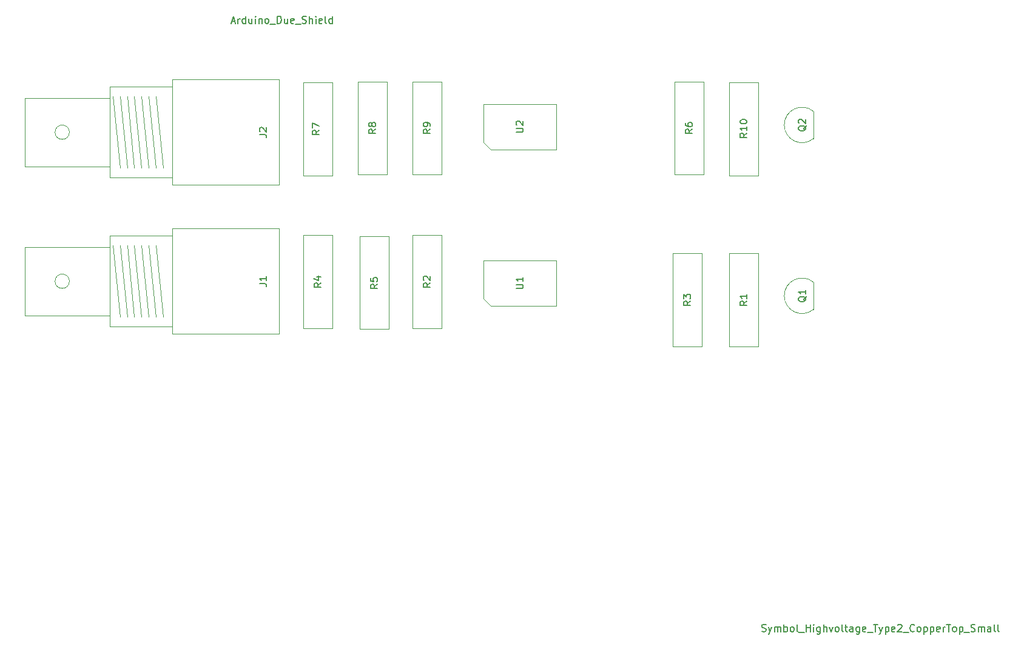
<source format=gbr>
G04 #@! TF.GenerationSoftware,KiCad,Pcbnew,5.1.4-e60b266~84~ubuntu18.04.1*
G04 #@! TF.CreationDate,2019-10-23T15:59:47+01:00*
G04 #@! TF.ProjectId,trans_switch_volt_amp,7472616e-735f-4737-9769-7463685f766f,rev?*
G04 #@! TF.SameCoordinates,Original*
G04 #@! TF.FileFunction,Other,Fab,Top*
%FSLAX46Y46*%
G04 Gerber Fmt 4.6, Leading zero omitted, Abs format (unit mm)*
G04 Created by KiCad (PCBNEW 5.1.4-e60b266~84~ubuntu18.04.1) date 2019-10-23 15:59:47*
%MOMM*%
%LPD*%
G04 APERTURE LIST*
%ADD10C,0.100000*%
%ADD11C,0.150000*%
G04 APERTURE END LIST*
D10*
X110204000Y-86692000D02*
X110204000Y-73692000D01*
X106204000Y-86692000D02*
X110204000Y-86692000D01*
X106204000Y-73692000D02*
X106204000Y-86692000D01*
X110204000Y-73692000D02*
X106204000Y-73692000D01*
X72964000Y-106600000D02*
X71964000Y-96600000D01*
X73964000Y-106600000D02*
X72964000Y-96600000D01*
X74964000Y-106600000D02*
X73964000Y-96600000D01*
X75964000Y-106600000D02*
X74964000Y-96600000D01*
X76964000Y-106600000D02*
X75964000Y-96600000D01*
X77964000Y-106600000D02*
X76964000Y-96600000D01*
X65894000Y-101600000D02*
G75*
G03X65894000Y-101600000I-1000000J0D01*
G01*
X71564000Y-96800000D02*
X59664000Y-96800000D01*
X59664000Y-96800000D02*
X59664000Y-106400000D01*
X59664000Y-106400000D02*
X71564000Y-106400000D01*
X80264000Y-95250000D02*
X71564000Y-95250000D01*
X71564000Y-95250000D02*
X71564000Y-107950000D01*
X71564000Y-107950000D02*
X80264000Y-107950000D01*
X95164000Y-108950000D02*
X95164000Y-94250000D01*
X95164000Y-94250000D02*
X80264000Y-94250000D01*
X80264000Y-94250000D02*
X80264000Y-108950000D01*
X80264000Y-108950000D02*
X95164000Y-108950000D01*
X78964000Y-106600000D02*
X77964000Y-96600000D01*
X78964000Y-85772000D02*
X77964000Y-75772000D01*
X80264000Y-88122000D02*
X95164000Y-88122000D01*
X80264000Y-73422000D02*
X80264000Y-88122000D01*
X95164000Y-73422000D02*
X80264000Y-73422000D01*
X95164000Y-88122000D02*
X95164000Y-73422000D01*
X71564000Y-87122000D02*
X80264000Y-87122000D01*
X71564000Y-74422000D02*
X71564000Y-87122000D01*
X80264000Y-74422000D02*
X71564000Y-74422000D01*
X59664000Y-85572000D02*
X71564000Y-85572000D01*
X59664000Y-75972000D02*
X59664000Y-85572000D01*
X71564000Y-75972000D02*
X59664000Y-75972000D01*
X65894000Y-80772000D02*
G75*
G03X65894000Y-80772000I-1000000J0D01*
G01*
X77964000Y-85772000D02*
X76964000Y-75772000D01*
X76964000Y-85772000D02*
X75964000Y-75772000D01*
X75964000Y-85772000D02*
X74964000Y-75772000D01*
X74964000Y-85772000D02*
X73964000Y-75772000D01*
X73964000Y-85772000D02*
X72964000Y-75772000D01*
X72964000Y-85772000D02*
X71964000Y-75772000D01*
X169750385Y-105524818D02*
G75*
G02X165668000Y-103632000I-1602385J1892818D01*
G01*
X169740547Y-101730897D02*
G75*
G03X165668000Y-103632000I-1592547J-1901103D01*
G01*
X169748000Y-105522000D02*
X169748000Y-101772000D01*
X169748000Y-81646000D02*
X169748000Y-77896000D01*
X169740547Y-77854897D02*
G75*
G03X165668000Y-79756000I-1592547J-1901103D01*
G01*
X169750385Y-81648818D02*
G75*
G02X165668000Y-79756000I-1602385J1892818D01*
G01*
X158020000Y-97712000D02*
X158020000Y-110712000D01*
X162020000Y-97712000D02*
X158020000Y-97712000D01*
X162020000Y-110712000D02*
X162020000Y-97712000D01*
X158020000Y-110712000D02*
X162020000Y-110712000D01*
X113824000Y-108172000D02*
X117824000Y-108172000D01*
X117824000Y-108172000D02*
X117824000Y-95172000D01*
X117824000Y-95172000D02*
X113824000Y-95172000D01*
X113824000Y-95172000D02*
X113824000Y-108172000D01*
X150146000Y-97712000D02*
X150146000Y-110712000D01*
X154146000Y-97712000D02*
X150146000Y-97712000D01*
X154146000Y-110712000D02*
X154146000Y-97712000D01*
X150146000Y-110712000D02*
X154146000Y-110712000D01*
X98584000Y-108172000D02*
X102584000Y-108172000D01*
X102584000Y-108172000D02*
X102584000Y-95172000D01*
X102584000Y-95172000D02*
X98584000Y-95172000D01*
X98584000Y-95172000D02*
X98584000Y-108172000D01*
X110458000Y-95282000D02*
X106458000Y-95282000D01*
X106458000Y-95282000D02*
X106458000Y-108282000D01*
X106458000Y-108282000D02*
X110458000Y-108282000D01*
X110458000Y-108282000D02*
X110458000Y-95282000D01*
X154400000Y-73692000D02*
X150400000Y-73692000D01*
X150400000Y-73692000D02*
X150400000Y-86692000D01*
X150400000Y-86692000D02*
X154400000Y-86692000D01*
X154400000Y-86692000D02*
X154400000Y-73692000D01*
X98584000Y-73836000D02*
X98584000Y-86836000D01*
X102584000Y-73836000D02*
X98584000Y-73836000D01*
X102584000Y-86836000D02*
X102584000Y-73836000D01*
X98584000Y-86836000D02*
X102584000Y-86836000D01*
X117824000Y-86692000D02*
X117824000Y-73692000D01*
X113824000Y-86692000D02*
X117824000Y-86692000D01*
X113824000Y-73692000D02*
X113824000Y-86692000D01*
X117824000Y-73692000D02*
X113824000Y-73692000D01*
X158020000Y-86836000D02*
X162020000Y-86836000D01*
X162020000Y-86836000D02*
X162020000Y-73836000D01*
X162020000Y-73836000D02*
X158020000Y-73836000D01*
X158020000Y-73836000D02*
X158020000Y-86836000D01*
X123698000Y-104029000D02*
X123698000Y-98679000D01*
X123698000Y-98679000D02*
X133858000Y-98679000D01*
X133858000Y-98679000D02*
X133858000Y-105029000D01*
X133858000Y-105029000D02*
X124698000Y-105029000D01*
X124698000Y-105029000D02*
X123698000Y-104029000D01*
X124698000Y-83185000D02*
X123698000Y-82185000D01*
X133858000Y-83185000D02*
X124698000Y-83185000D01*
X133858000Y-76835000D02*
X133858000Y-83185000D01*
X123698000Y-76835000D02*
X133858000Y-76835000D01*
X123698000Y-82185000D02*
X123698000Y-76835000D01*
D11*
X162546190Y-150518761D02*
X162689047Y-150566380D01*
X162927142Y-150566380D01*
X163022380Y-150518761D01*
X163069999Y-150471142D01*
X163117619Y-150375904D01*
X163117619Y-150280666D01*
X163069999Y-150185428D01*
X163022380Y-150137809D01*
X162927142Y-150090190D01*
X162736666Y-150042571D01*
X162641428Y-149994952D01*
X162593809Y-149947333D01*
X162546190Y-149852095D01*
X162546190Y-149756857D01*
X162593809Y-149661619D01*
X162641428Y-149614000D01*
X162736666Y-149566380D01*
X162974761Y-149566380D01*
X163117619Y-149614000D01*
X163450952Y-149899714D02*
X163689047Y-150566380D01*
X163927142Y-149899714D02*
X163689047Y-150566380D01*
X163593809Y-150804476D01*
X163546190Y-150852095D01*
X163450952Y-150899714D01*
X164308095Y-150566380D02*
X164308095Y-149899714D01*
X164308095Y-149994952D02*
X164355714Y-149947333D01*
X164450952Y-149899714D01*
X164593809Y-149899714D01*
X164689047Y-149947333D01*
X164736666Y-150042571D01*
X164736666Y-150566380D01*
X164736666Y-150042571D02*
X164784285Y-149947333D01*
X164879523Y-149899714D01*
X165022380Y-149899714D01*
X165117619Y-149947333D01*
X165165238Y-150042571D01*
X165165238Y-150566380D01*
X165641428Y-150566380D02*
X165641428Y-149566380D01*
X165641428Y-149947333D02*
X165736666Y-149899714D01*
X165927142Y-149899714D01*
X166022380Y-149947333D01*
X166069999Y-149994952D01*
X166117619Y-150090190D01*
X166117619Y-150375904D01*
X166069999Y-150471142D01*
X166022380Y-150518761D01*
X165927142Y-150566380D01*
X165736666Y-150566380D01*
X165641428Y-150518761D01*
X166689047Y-150566380D02*
X166593809Y-150518761D01*
X166546190Y-150471142D01*
X166498571Y-150375904D01*
X166498571Y-150090190D01*
X166546190Y-149994952D01*
X166593809Y-149947333D01*
X166689047Y-149899714D01*
X166831904Y-149899714D01*
X166927142Y-149947333D01*
X166974761Y-149994952D01*
X167022380Y-150090190D01*
X167022380Y-150375904D01*
X166974761Y-150471142D01*
X166927142Y-150518761D01*
X166831904Y-150566380D01*
X166689047Y-150566380D01*
X167593809Y-150566380D02*
X167498571Y-150518761D01*
X167450952Y-150423523D01*
X167450952Y-149566380D01*
X167736666Y-150661619D02*
X168498571Y-150661619D01*
X168736666Y-150566380D02*
X168736666Y-149566380D01*
X168736666Y-150042571D02*
X169308095Y-150042571D01*
X169308095Y-150566380D02*
X169308095Y-149566380D01*
X169784285Y-150566380D02*
X169784285Y-149899714D01*
X169784285Y-149566380D02*
X169736666Y-149614000D01*
X169784285Y-149661619D01*
X169831904Y-149614000D01*
X169784285Y-149566380D01*
X169784285Y-149661619D01*
X170689047Y-149899714D02*
X170689047Y-150709238D01*
X170641428Y-150804476D01*
X170593809Y-150852095D01*
X170498571Y-150899714D01*
X170355714Y-150899714D01*
X170260476Y-150852095D01*
X170689047Y-150518761D02*
X170593809Y-150566380D01*
X170403333Y-150566380D01*
X170308095Y-150518761D01*
X170260476Y-150471142D01*
X170212857Y-150375904D01*
X170212857Y-150090190D01*
X170260476Y-149994952D01*
X170308095Y-149947333D01*
X170403333Y-149899714D01*
X170593809Y-149899714D01*
X170689047Y-149947333D01*
X171165238Y-150566380D02*
X171165238Y-149566380D01*
X171593809Y-150566380D02*
X171593809Y-150042571D01*
X171546190Y-149947333D01*
X171450952Y-149899714D01*
X171308095Y-149899714D01*
X171212857Y-149947333D01*
X171165238Y-149994952D01*
X171974761Y-149899714D02*
X172212857Y-150566380D01*
X172450952Y-149899714D01*
X172974761Y-150566380D02*
X172879523Y-150518761D01*
X172831904Y-150471142D01*
X172784285Y-150375904D01*
X172784285Y-150090190D01*
X172831904Y-149994952D01*
X172879523Y-149947333D01*
X172974761Y-149899714D01*
X173117619Y-149899714D01*
X173212857Y-149947333D01*
X173260476Y-149994952D01*
X173308095Y-150090190D01*
X173308095Y-150375904D01*
X173260476Y-150471142D01*
X173212857Y-150518761D01*
X173117619Y-150566380D01*
X172974761Y-150566380D01*
X173879523Y-150566380D02*
X173784285Y-150518761D01*
X173736666Y-150423523D01*
X173736666Y-149566380D01*
X174117619Y-149899714D02*
X174498571Y-149899714D01*
X174260476Y-149566380D02*
X174260476Y-150423523D01*
X174308095Y-150518761D01*
X174403333Y-150566380D01*
X174498571Y-150566380D01*
X175260476Y-150566380D02*
X175260476Y-150042571D01*
X175212857Y-149947333D01*
X175117619Y-149899714D01*
X174927142Y-149899714D01*
X174831904Y-149947333D01*
X175260476Y-150518761D02*
X175165238Y-150566380D01*
X174927142Y-150566380D01*
X174831904Y-150518761D01*
X174784285Y-150423523D01*
X174784285Y-150328285D01*
X174831904Y-150233047D01*
X174927142Y-150185428D01*
X175165238Y-150185428D01*
X175260476Y-150137809D01*
X176165238Y-149899714D02*
X176165238Y-150709238D01*
X176117619Y-150804476D01*
X176069999Y-150852095D01*
X175974761Y-150899714D01*
X175831904Y-150899714D01*
X175736666Y-150852095D01*
X176165238Y-150518761D02*
X176069999Y-150566380D01*
X175879523Y-150566380D01*
X175784285Y-150518761D01*
X175736666Y-150471142D01*
X175689047Y-150375904D01*
X175689047Y-150090190D01*
X175736666Y-149994952D01*
X175784285Y-149947333D01*
X175879523Y-149899714D01*
X176069999Y-149899714D01*
X176165238Y-149947333D01*
X177022380Y-150518761D02*
X176927142Y-150566380D01*
X176736666Y-150566380D01*
X176641428Y-150518761D01*
X176593809Y-150423523D01*
X176593809Y-150042571D01*
X176641428Y-149947333D01*
X176736666Y-149899714D01*
X176927142Y-149899714D01*
X177022380Y-149947333D01*
X177069999Y-150042571D01*
X177069999Y-150137809D01*
X176593809Y-150233047D01*
X177260476Y-150661619D02*
X178022380Y-150661619D01*
X178117619Y-149566380D02*
X178689047Y-149566380D01*
X178403333Y-150566380D02*
X178403333Y-149566380D01*
X178927142Y-149899714D02*
X179165238Y-150566380D01*
X179403333Y-149899714D02*
X179165238Y-150566380D01*
X179069999Y-150804476D01*
X179022380Y-150852095D01*
X178927142Y-150899714D01*
X179784285Y-149899714D02*
X179784285Y-150899714D01*
X179784285Y-149947333D02*
X179879523Y-149899714D01*
X180069999Y-149899714D01*
X180165238Y-149947333D01*
X180212857Y-149994952D01*
X180260476Y-150090190D01*
X180260476Y-150375904D01*
X180212857Y-150471142D01*
X180165238Y-150518761D01*
X180069999Y-150566380D01*
X179879523Y-150566380D01*
X179784285Y-150518761D01*
X181069999Y-150518761D02*
X180974761Y-150566380D01*
X180784285Y-150566380D01*
X180689047Y-150518761D01*
X180641428Y-150423523D01*
X180641428Y-150042571D01*
X180689047Y-149947333D01*
X180784285Y-149899714D01*
X180974761Y-149899714D01*
X181069999Y-149947333D01*
X181117619Y-150042571D01*
X181117619Y-150137809D01*
X180641428Y-150233047D01*
X181498571Y-149661619D02*
X181546190Y-149614000D01*
X181641428Y-149566380D01*
X181879523Y-149566380D01*
X181974761Y-149614000D01*
X182022380Y-149661619D01*
X182069999Y-149756857D01*
X182069999Y-149852095D01*
X182022380Y-149994952D01*
X181450952Y-150566380D01*
X182069999Y-150566380D01*
X182260476Y-150661619D02*
X183022380Y-150661619D01*
X183831904Y-150471142D02*
X183784285Y-150518761D01*
X183641428Y-150566380D01*
X183546190Y-150566380D01*
X183403333Y-150518761D01*
X183308095Y-150423523D01*
X183260476Y-150328285D01*
X183212857Y-150137809D01*
X183212857Y-149994952D01*
X183260476Y-149804476D01*
X183308095Y-149709238D01*
X183403333Y-149614000D01*
X183546190Y-149566380D01*
X183641428Y-149566380D01*
X183784285Y-149614000D01*
X183831904Y-149661619D01*
X184403333Y-150566380D02*
X184308095Y-150518761D01*
X184260476Y-150471142D01*
X184212857Y-150375904D01*
X184212857Y-150090190D01*
X184260476Y-149994952D01*
X184308095Y-149947333D01*
X184403333Y-149899714D01*
X184546190Y-149899714D01*
X184641428Y-149947333D01*
X184689047Y-149994952D01*
X184736666Y-150090190D01*
X184736666Y-150375904D01*
X184689047Y-150471142D01*
X184641428Y-150518761D01*
X184546190Y-150566380D01*
X184403333Y-150566380D01*
X185165238Y-149899714D02*
X185165238Y-150899714D01*
X185165238Y-149947333D02*
X185260476Y-149899714D01*
X185450952Y-149899714D01*
X185546190Y-149947333D01*
X185593809Y-149994952D01*
X185641428Y-150090190D01*
X185641428Y-150375904D01*
X185593809Y-150471142D01*
X185546190Y-150518761D01*
X185450952Y-150566380D01*
X185260476Y-150566380D01*
X185165238Y-150518761D01*
X186069999Y-149899714D02*
X186069999Y-150899714D01*
X186069999Y-149947333D02*
X186165238Y-149899714D01*
X186355714Y-149899714D01*
X186450952Y-149947333D01*
X186498571Y-149994952D01*
X186546190Y-150090190D01*
X186546190Y-150375904D01*
X186498571Y-150471142D01*
X186450952Y-150518761D01*
X186355714Y-150566380D01*
X186165238Y-150566380D01*
X186069999Y-150518761D01*
X187355714Y-150518761D02*
X187260476Y-150566380D01*
X187069999Y-150566380D01*
X186974761Y-150518761D01*
X186927142Y-150423523D01*
X186927142Y-150042571D01*
X186974761Y-149947333D01*
X187069999Y-149899714D01*
X187260476Y-149899714D01*
X187355714Y-149947333D01*
X187403333Y-150042571D01*
X187403333Y-150137809D01*
X186927142Y-150233047D01*
X187831904Y-150566380D02*
X187831904Y-149899714D01*
X187831904Y-150090190D02*
X187879523Y-149994952D01*
X187927142Y-149947333D01*
X188022380Y-149899714D01*
X188117619Y-149899714D01*
X188308095Y-149566380D02*
X188879523Y-149566380D01*
X188593809Y-150566380D02*
X188593809Y-149566380D01*
X189355714Y-150566380D02*
X189260476Y-150518761D01*
X189212857Y-150471142D01*
X189165238Y-150375904D01*
X189165238Y-150090190D01*
X189212857Y-149994952D01*
X189260476Y-149947333D01*
X189355714Y-149899714D01*
X189498571Y-149899714D01*
X189593809Y-149947333D01*
X189641428Y-149994952D01*
X189689047Y-150090190D01*
X189689047Y-150375904D01*
X189641428Y-150471142D01*
X189593809Y-150518761D01*
X189498571Y-150566380D01*
X189355714Y-150566380D01*
X190117619Y-149899714D02*
X190117619Y-150899714D01*
X190117619Y-149947333D02*
X190212857Y-149899714D01*
X190403333Y-149899714D01*
X190498571Y-149947333D01*
X190546190Y-149994952D01*
X190593809Y-150090190D01*
X190593809Y-150375904D01*
X190546190Y-150471142D01*
X190498571Y-150518761D01*
X190403333Y-150566380D01*
X190212857Y-150566380D01*
X190117619Y-150518761D01*
X190784285Y-150661619D02*
X191546190Y-150661619D01*
X191736666Y-150518761D02*
X191879523Y-150566380D01*
X192117619Y-150566380D01*
X192212857Y-150518761D01*
X192260476Y-150471142D01*
X192308095Y-150375904D01*
X192308095Y-150280666D01*
X192260476Y-150185428D01*
X192212857Y-150137809D01*
X192117619Y-150090190D01*
X191927142Y-150042571D01*
X191831904Y-149994952D01*
X191784285Y-149947333D01*
X191736666Y-149852095D01*
X191736666Y-149756857D01*
X191784285Y-149661619D01*
X191831904Y-149614000D01*
X191927142Y-149566380D01*
X192165238Y-149566380D01*
X192308095Y-149614000D01*
X192736666Y-150566380D02*
X192736666Y-149899714D01*
X192736666Y-149994952D02*
X192784285Y-149947333D01*
X192879523Y-149899714D01*
X193022380Y-149899714D01*
X193117619Y-149947333D01*
X193165238Y-150042571D01*
X193165238Y-150566380D01*
X193165238Y-150042571D02*
X193212857Y-149947333D01*
X193308095Y-149899714D01*
X193450952Y-149899714D01*
X193546190Y-149947333D01*
X193593809Y-150042571D01*
X193593809Y-150566380D01*
X194498571Y-150566380D02*
X194498571Y-150042571D01*
X194450952Y-149947333D01*
X194355714Y-149899714D01*
X194165238Y-149899714D01*
X194069999Y-149947333D01*
X194498571Y-150518761D02*
X194403333Y-150566380D01*
X194165238Y-150566380D01*
X194069999Y-150518761D01*
X194022380Y-150423523D01*
X194022380Y-150328285D01*
X194069999Y-150233047D01*
X194165238Y-150185428D01*
X194403333Y-150185428D01*
X194498571Y-150137809D01*
X195117619Y-150566380D02*
X195022380Y-150518761D01*
X194974761Y-150423523D01*
X194974761Y-149566380D01*
X195641428Y-150566380D02*
X195546190Y-150518761D01*
X195498571Y-150423523D01*
X195498571Y-149566380D01*
X88531381Y-65265667D02*
X89007572Y-65265667D01*
X88436143Y-65551381D02*
X88769477Y-64551381D01*
X89102810Y-65551381D01*
X89436143Y-65551381D02*
X89436143Y-64884715D01*
X89436143Y-65075191D02*
X89483762Y-64979953D01*
X89531381Y-64932334D01*
X89626620Y-64884715D01*
X89721858Y-64884715D01*
X90483762Y-65551381D02*
X90483762Y-64551381D01*
X90483762Y-65503762D02*
X90388524Y-65551381D01*
X90198048Y-65551381D01*
X90102810Y-65503762D01*
X90055191Y-65456143D01*
X90007572Y-65360905D01*
X90007572Y-65075191D01*
X90055191Y-64979953D01*
X90102810Y-64932334D01*
X90198048Y-64884715D01*
X90388524Y-64884715D01*
X90483762Y-64932334D01*
X91388524Y-64884715D02*
X91388524Y-65551381D01*
X90959953Y-64884715D02*
X90959953Y-65408524D01*
X91007572Y-65503762D01*
X91102810Y-65551381D01*
X91245667Y-65551381D01*
X91340905Y-65503762D01*
X91388524Y-65456143D01*
X91864715Y-65551381D02*
X91864715Y-64884715D01*
X91864715Y-64551381D02*
X91817096Y-64599001D01*
X91864715Y-64646620D01*
X91912334Y-64599001D01*
X91864715Y-64551381D01*
X91864715Y-64646620D01*
X92340905Y-64884715D02*
X92340905Y-65551381D01*
X92340905Y-64979953D02*
X92388524Y-64932334D01*
X92483762Y-64884715D01*
X92626620Y-64884715D01*
X92721858Y-64932334D01*
X92769477Y-65027572D01*
X92769477Y-65551381D01*
X93388524Y-65551381D02*
X93293286Y-65503762D01*
X93245667Y-65456143D01*
X93198048Y-65360905D01*
X93198048Y-65075191D01*
X93245667Y-64979953D01*
X93293286Y-64932334D01*
X93388524Y-64884715D01*
X93531381Y-64884715D01*
X93626620Y-64932334D01*
X93674239Y-64979953D01*
X93721858Y-65075191D01*
X93721858Y-65360905D01*
X93674239Y-65456143D01*
X93626620Y-65503762D01*
X93531381Y-65551381D01*
X93388524Y-65551381D01*
X93912334Y-65646620D02*
X94674239Y-65646620D01*
X94912334Y-65551381D02*
X94912334Y-64551381D01*
X95150429Y-64551381D01*
X95293286Y-64599001D01*
X95388524Y-64694239D01*
X95436143Y-64789477D01*
X95483762Y-64979953D01*
X95483762Y-65122810D01*
X95436143Y-65313286D01*
X95388524Y-65408524D01*
X95293286Y-65503762D01*
X95150429Y-65551381D01*
X94912334Y-65551381D01*
X96340905Y-64884715D02*
X96340905Y-65551381D01*
X95912334Y-64884715D02*
X95912334Y-65408524D01*
X95959953Y-65503762D01*
X96055191Y-65551381D01*
X96198048Y-65551381D01*
X96293286Y-65503762D01*
X96340905Y-65456143D01*
X97198048Y-65503762D02*
X97102810Y-65551381D01*
X96912334Y-65551381D01*
X96817096Y-65503762D01*
X96769477Y-65408524D01*
X96769477Y-65027572D01*
X96817096Y-64932334D01*
X96912334Y-64884715D01*
X97102810Y-64884715D01*
X97198048Y-64932334D01*
X97245667Y-65027572D01*
X97245667Y-65122810D01*
X96769477Y-65218048D01*
X97436143Y-65646620D02*
X98198048Y-65646620D01*
X98388524Y-65503762D02*
X98531381Y-65551381D01*
X98769477Y-65551381D01*
X98864715Y-65503762D01*
X98912334Y-65456143D01*
X98959953Y-65360905D01*
X98959953Y-65265667D01*
X98912334Y-65170429D01*
X98864715Y-65122810D01*
X98769477Y-65075191D01*
X98579001Y-65027572D01*
X98483762Y-64979953D01*
X98436143Y-64932334D01*
X98388524Y-64837096D01*
X98388524Y-64741858D01*
X98436143Y-64646620D01*
X98483762Y-64599001D01*
X98579001Y-64551381D01*
X98817096Y-64551381D01*
X98959953Y-64599001D01*
X99388524Y-65551381D02*
X99388524Y-64551381D01*
X99817096Y-65551381D02*
X99817096Y-65027572D01*
X99769477Y-64932334D01*
X99674239Y-64884715D01*
X99531381Y-64884715D01*
X99436143Y-64932334D01*
X99388524Y-64979953D01*
X100293286Y-65551381D02*
X100293286Y-64884715D01*
X100293286Y-64551381D02*
X100245667Y-64599001D01*
X100293286Y-64646620D01*
X100340905Y-64599001D01*
X100293286Y-64551381D01*
X100293286Y-64646620D01*
X101150429Y-65503762D02*
X101055191Y-65551381D01*
X100864715Y-65551381D01*
X100769477Y-65503762D01*
X100721858Y-65408524D01*
X100721858Y-65027572D01*
X100769477Y-64932334D01*
X100864715Y-64884715D01*
X101055191Y-64884715D01*
X101150429Y-64932334D01*
X101198048Y-65027572D01*
X101198048Y-65122810D01*
X100721858Y-65218048D01*
X101769477Y-65551381D02*
X101674239Y-65503762D01*
X101626620Y-65408524D01*
X101626620Y-64551381D01*
X102579001Y-65551381D02*
X102579001Y-64551381D01*
X102579001Y-65503762D02*
X102483762Y-65551381D01*
X102293286Y-65551381D01*
X102198048Y-65503762D01*
X102150429Y-65456143D01*
X102102810Y-65360905D01*
X102102810Y-65075191D01*
X102150429Y-64979953D01*
X102198048Y-64932334D01*
X102293286Y-64884715D01*
X102483762Y-64884715D01*
X102579001Y-64932334D01*
X108656380Y-80358666D02*
X108180190Y-80692000D01*
X108656380Y-80930095D02*
X107656380Y-80930095D01*
X107656380Y-80549142D01*
X107704000Y-80453904D01*
X107751619Y-80406285D01*
X107846857Y-80358666D01*
X107989714Y-80358666D01*
X108084952Y-80406285D01*
X108132571Y-80453904D01*
X108180190Y-80549142D01*
X108180190Y-80930095D01*
X108084952Y-79787238D02*
X108037333Y-79882476D01*
X107989714Y-79930095D01*
X107894476Y-79977714D01*
X107846857Y-79977714D01*
X107751619Y-79930095D01*
X107704000Y-79882476D01*
X107656380Y-79787238D01*
X107656380Y-79596761D01*
X107704000Y-79501523D01*
X107751619Y-79453904D01*
X107846857Y-79406285D01*
X107894476Y-79406285D01*
X107989714Y-79453904D01*
X108037333Y-79501523D01*
X108084952Y-79596761D01*
X108084952Y-79787238D01*
X108132571Y-79882476D01*
X108180190Y-79930095D01*
X108275428Y-79977714D01*
X108465904Y-79977714D01*
X108561142Y-79930095D01*
X108608761Y-79882476D01*
X108656380Y-79787238D01*
X108656380Y-79596761D01*
X108608761Y-79501523D01*
X108561142Y-79453904D01*
X108465904Y-79406285D01*
X108275428Y-79406285D01*
X108180190Y-79453904D01*
X108132571Y-79501523D01*
X108084952Y-79596761D01*
X92416380Y-101933333D02*
X93130666Y-101933333D01*
X93273523Y-101980952D01*
X93368761Y-102076190D01*
X93416380Y-102219047D01*
X93416380Y-102314285D01*
X93416380Y-100933333D02*
X93416380Y-101504761D01*
X93416380Y-101219047D02*
X92416380Y-101219047D01*
X92559238Y-101314285D01*
X92654476Y-101409523D01*
X92702095Y-101504761D01*
X92416380Y-81105333D02*
X93130666Y-81105333D01*
X93273523Y-81152952D01*
X93368761Y-81248190D01*
X93416380Y-81391047D01*
X93416380Y-81486285D01*
X92511619Y-80676761D02*
X92464000Y-80629142D01*
X92416380Y-80533904D01*
X92416380Y-80295809D01*
X92464000Y-80200571D01*
X92511619Y-80152952D01*
X92606857Y-80105333D01*
X92702095Y-80105333D01*
X92844952Y-80152952D01*
X93416380Y-80724380D01*
X93416380Y-80105333D01*
X168745619Y-103717238D02*
X168698000Y-103812476D01*
X168602761Y-103907714D01*
X168459904Y-104050571D01*
X168412285Y-104145809D01*
X168412285Y-104241047D01*
X168650380Y-104193428D02*
X168602761Y-104288666D01*
X168507523Y-104383904D01*
X168317047Y-104431523D01*
X167983714Y-104431523D01*
X167793238Y-104383904D01*
X167698000Y-104288666D01*
X167650380Y-104193428D01*
X167650380Y-104002952D01*
X167698000Y-103907714D01*
X167793238Y-103812476D01*
X167983714Y-103764857D01*
X168317047Y-103764857D01*
X168507523Y-103812476D01*
X168602761Y-103907714D01*
X168650380Y-104002952D01*
X168650380Y-104193428D01*
X168650380Y-102812476D02*
X168650380Y-103383904D01*
X168650380Y-103098190D02*
X167650380Y-103098190D01*
X167793238Y-103193428D01*
X167888476Y-103288666D01*
X167936095Y-103383904D01*
X168745619Y-79841238D02*
X168698000Y-79936476D01*
X168602761Y-80031714D01*
X168459904Y-80174571D01*
X168412285Y-80269809D01*
X168412285Y-80365047D01*
X168650380Y-80317428D02*
X168602761Y-80412666D01*
X168507523Y-80507904D01*
X168317047Y-80555523D01*
X167983714Y-80555523D01*
X167793238Y-80507904D01*
X167698000Y-80412666D01*
X167650380Y-80317428D01*
X167650380Y-80126952D01*
X167698000Y-80031714D01*
X167793238Y-79936476D01*
X167983714Y-79888857D01*
X168317047Y-79888857D01*
X168507523Y-79936476D01*
X168602761Y-80031714D01*
X168650380Y-80126952D01*
X168650380Y-80317428D01*
X167745619Y-79507904D02*
X167698000Y-79460285D01*
X167650380Y-79365047D01*
X167650380Y-79126952D01*
X167698000Y-79031714D01*
X167745619Y-78984095D01*
X167840857Y-78936476D01*
X167936095Y-78936476D01*
X168078952Y-78984095D01*
X168650380Y-79555523D01*
X168650380Y-78936476D01*
X160472380Y-104378666D02*
X159996190Y-104712000D01*
X160472380Y-104950095D02*
X159472380Y-104950095D01*
X159472380Y-104569142D01*
X159520000Y-104473904D01*
X159567619Y-104426285D01*
X159662857Y-104378666D01*
X159805714Y-104378666D01*
X159900952Y-104426285D01*
X159948571Y-104473904D01*
X159996190Y-104569142D01*
X159996190Y-104950095D01*
X160472380Y-103426285D02*
X160472380Y-103997714D01*
X160472380Y-103712000D02*
X159472380Y-103712000D01*
X159615238Y-103807238D01*
X159710476Y-103902476D01*
X159758095Y-103997714D01*
X116276380Y-101838666D02*
X115800190Y-102172000D01*
X116276380Y-102410095D02*
X115276380Y-102410095D01*
X115276380Y-102029142D01*
X115324000Y-101933904D01*
X115371619Y-101886285D01*
X115466857Y-101838666D01*
X115609714Y-101838666D01*
X115704952Y-101886285D01*
X115752571Y-101933904D01*
X115800190Y-102029142D01*
X115800190Y-102410095D01*
X115371619Y-101457714D02*
X115324000Y-101410095D01*
X115276380Y-101314857D01*
X115276380Y-101076761D01*
X115324000Y-100981523D01*
X115371619Y-100933904D01*
X115466857Y-100886285D01*
X115562095Y-100886285D01*
X115704952Y-100933904D01*
X116276380Y-101505333D01*
X116276380Y-100886285D01*
X152598380Y-104378666D02*
X152122190Y-104712000D01*
X152598380Y-104950095D02*
X151598380Y-104950095D01*
X151598380Y-104569142D01*
X151646000Y-104473904D01*
X151693619Y-104426285D01*
X151788857Y-104378666D01*
X151931714Y-104378666D01*
X152026952Y-104426285D01*
X152074571Y-104473904D01*
X152122190Y-104569142D01*
X152122190Y-104950095D01*
X151598380Y-104045333D02*
X151598380Y-103426285D01*
X151979333Y-103759619D01*
X151979333Y-103616761D01*
X152026952Y-103521523D01*
X152074571Y-103473904D01*
X152169809Y-103426285D01*
X152407904Y-103426285D01*
X152503142Y-103473904D01*
X152550761Y-103521523D01*
X152598380Y-103616761D01*
X152598380Y-103902476D01*
X152550761Y-103997714D01*
X152503142Y-104045333D01*
X101036380Y-101838666D02*
X100560190Y-102172000D01*
X101036380Y-102410095D02*
X100036380Y-102410095D01*
X100036380Y-102029142D01*
X100084000Y-101933904D01*
X100131619Y-101886285D01*
X100226857Y-101838666D01*
X100369714Y-101838666D01*
X100464952Y-101886285D01*
X100512571Y-101933904D01*
X100560190Y-102029142D01*
X100560190Y-102410095D01*
X100369714Y-100981523D02*
X101036380Y-100981523D01*
X99988761Y-101219619D02*
X100703047Y-101457714D01*
X100703047Y-100838666D01*
X108910380Y-102020666D02*
X108434190Y-102354000D01*
X108910380Y-102592095D02*
X107910380Y-102592095D01*
X107910380Y-102211142D01*
X107958000Y-102115904D01*
X108005619Y-102068285D01*
X108100857Y-102020666D01*
X108243714Y-102020666D01*
X108338952Y-102068285D01*
X108386571Y-102115904D01*
X108434190Y-102211142D01*
X108434190Y-102592095D01*
X107910380Y-101115904D02*
X107910380Y-101592095D01*
X108386571Y-101639714D01*
X108338952Y-101592095D01*
X108291333Y-101496857D01*
X108291333Y-101258761D01*
X108338952Y-101163523D01*
X108386571Y-101115904D01*
X108481809Y-101068285D01*
X108719904Y-101068285D01*
X108815142Y-101115904D01*
X108862761Y-101163523D01*
X108910380Y-101258761D01*
X108910380Y-101496857D01*
X108862761Y-101592095D01*
X108815142Y-101639714D01*
X152852380Y-80358666D02*
X152376190Y-80692000D01*
X152852380Y-80930095D02*
X151852380Y-80930095D01*
X151852380Y-80549142D01*
X151900000Y-80453904D01*
X151947619Y-80406285D01*
X152042857Y-80358666D01*
X152185714Y-80358666D01*
X152280952Y-80406285D01*
X152328571Y-80453904D01*
X152376190Y-80549142D01*
X152376190Y-80930095D01*
X151852380Y-79501523D02*
X151852380Y-79692000D01*
X151900000Y-79787238D01*
X151947619Y-79834857D01*
X152090476Y-79930095D01*
X152280952Y-79977714D01*
X152661904Y-79977714D01*
X152757142Y-79930095D01*
X152804761Y-79882476D01*
X152852380Y-79787238D01*
X152852380Y-79596761D01*
X152804761Y-79501523D01*
X152757142Y-79453904D01*
X152661904Y-79406285D01*
X152423809Y-79406285D01*
X152328571Y-79453904D01*
X152280952Y-79501523D01*
X152233333Y-79596761D01*
X152233333Y-79787238D01*
X152280952Y-79882476D01*
X152328571Y-79930095D01*
X152423809Y-79977714D01*
X100782380Y-80502666D02*
X100306190Y-80836000D01*
X100782380Y-81074095D02*
X99782380Y-81074095D01*
X99782380Y-80693142D01*
X99830000Y-80597904D01*
X99877619Y-80550285D01*
X99972857Y-80502666D01*
X100115714Y-80502666D01*
X100210952Y-80550285D01*
X100258571Y-80597904D01*
X100306190Y-80693142D01*
X100306190Y-81074095D01*
X99782380Y-80169333D02*
X99782380Y-79502666D01*
X100782380Y-79931238D01*
X116276380Y-80358666D02*
X115800190Y-80692000D01*
X116276380Y-80930095D02*
X115276380Y-80930095D01*
X115276380Y-80549142D01*
X115324000Y-80453904D01*
X115371619Y-80406285D01*
X115466857Y-80358666D01*
X115609714Y-80358666D01*
X115704952Y-80406285D01*
X115752571Y-80453904D01*
X115800190Y-80549142D01*
X115800190Y-80930095D01*
X116276380Y-79882476D02*
X116276380Y-79692000D01*
X116228761Y-79596761D01*
X116181142Y-79549142D01*
X116038285Y-79453904D01*
X115847809Y-79406285D01*
X115466857Y-79406285D01*
X115371619Y-79453904D01*
X115324000Y-79501523D01*
X115276380Y-79596761D01*
X115276380Y-79787238D01*
X115324000Y-79882476D01*
X115371619Y-79930095D01*
X115466857Y-79977714D01*
X115704952Y-79977714D01*
X115800190Y-79930095D01*
X115847809Y-79882476D01*
X115895428Y-79787238D01*
X115895428Y-79596761D01*
X115847809Y-79501523D01*
X115800190Y-79453904D01*
X115704952Y-79406285D01*
X160472380Y-80906857D02*
X159996190Y-81240190D01*
X160472380Y-81478285D02*
X159472380Y-81478285D01*
X159472380Y-81097333D01*
X159520000Y-81002095D01*
X159567619Y-80954476D01*
X159662857Y-80906857D01*
X159805714Y-80906857D01*
X159900952Y-80954476D01*
X159948571Y-81002095D01*
X159996190Y-81097333D01*
X159996190Y-81478285D01*
X160472380Y-79954476D02*
X160472380Y-80525904D01*
X160472380Y-80240190D02*
X159472380Y-80240190D01*
X159615238Y-80335428D01*
X159710476Y-80430666D01*
X159758095Y-80525904D01*
X159472380Y-79335428D02*
X159472380Y-79240190D01*
X159520000Y-79144952D01*
X159567619Y-79097333D01*
X159662857Y-79049714D01*
X159853333Y-79002095D01*
X160091428Y-79002095D01*
X160281904Y-79049714D01*
X160377142Y-79097333D01*
X160424761Y-79144952D01*
X160472380Y-79240190D01*
X160472380Y-79335428D01*
X160424761Y-79430666D01*
X160377142Y-79478285D01*
X160281904Y-79525904D01*
X160091428Y-79573523D01*
X159853333Y-79573523D01*
X159662857Y-79525904D01*
X159567619Y-79478285D01*
X159520000Y-79430666D01*
X159472380Y-79335428D01*
X128230380Y-102615904D02*
X129039904Y-102615904D01*
X129135142Y-102568285D01*
X129182761Y-102520666D01*
X129230380Y-102425428D01*
X129230380Y-102234952D01*
X129182761Y-102139714D01*
X129135142Y-102092095D01*
X129039904Y-102044476D01*
X128230380Y-102044476D01*
X129230380Y-101044476D02*
X129230380Y-101615904D01*
X129230380Y-101330190D02*
X128230380Y-101330190D01*
X128373238Y-101425428D01*
X128468476Y-101520666D01*
X128516095Y-101615904D01*
X128230380Y-80771904D02*
X129039904Y-80771904D01*
X129135142Y-80724285D01*
X129182761Y-80676666D01*
X129230380Y-80581428D01*
X129230380Y-80390952D01*
X129182761Y-80295714D01*
X129135142Y-80248095D01*
X129039904Y-80200476D01*
X128230380Y-80200476D01*
X128325619Y-79771904D02*
X128278000Y-79724285D01*
X128230380Y-79629047D01*
X128230380Y-79390952D01*
X128278000Y-79295714D01*
X128325619Y-79248095D01*
X128420857Y-79200476D01*
X128516095Y-79200476D01*
X128658952Y-79248095D01*
X129230380Y-79819523D01*
X129230380Y-79200476D01*
M02*

</source>
